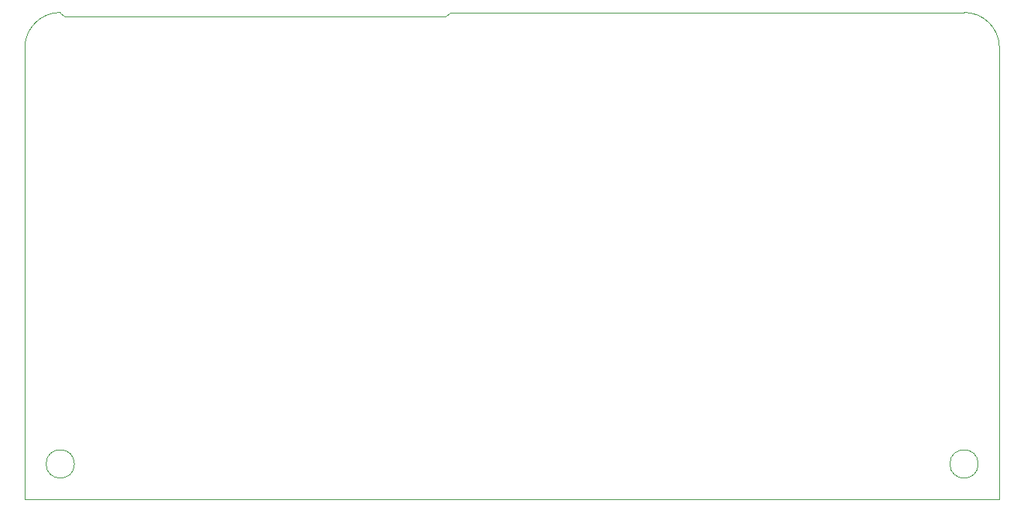
<source format=gbr>
G04 #@! TF.FileFunction,Profile,NP*
%FSLAX46Y46*%
G04 Gerber Fmt 4.6, Leading zero omitted, Abs format (unit mm)*
G04 Created by KiCad (PCBNEW 4.0.6) date 12/04/17 20:43:07*
%MOMM*%
%LPD*%
G01*
G04 APERTURE LIST*
%ADD10C,0.100000*%
G04 APERTURE END LIST*
D10*
X141000000Y-102000000D02*
X141000000Y-51000000D01*
X141000000Y-102000000D02*
X31000000Y-102000000D01*
X31000000Y-102000000D02*
X31000000Y-51000000D01*
X36600000Y-98000000D02*
G75*
G03X36600000Y-98000000I-1600000J0D01*
G01*
X138600000Y-98000000D02*
G75*
G03X138600000Y-98000000I-1600000J0D01*
G01*
X79000000Y-47000000D02*
X137000000Y-47000000D01*
X78500000Y-47500000D02*
X79000000Y-47000000D01*
X35500000Y-47500000D02*
X78500000Y-47500000D01*
X35000000Y-47000000D02*
X35500000Y-47500000D01*
X141000000Y-51000000D02*
G75*
G03X137000000Y-47000000I-4000000J0D01*
G01*
X35000000Y-47000000D02*
G75*
G03X31000000Y-51000000I0J-4000000D01*
G01*
M02*

</source>
